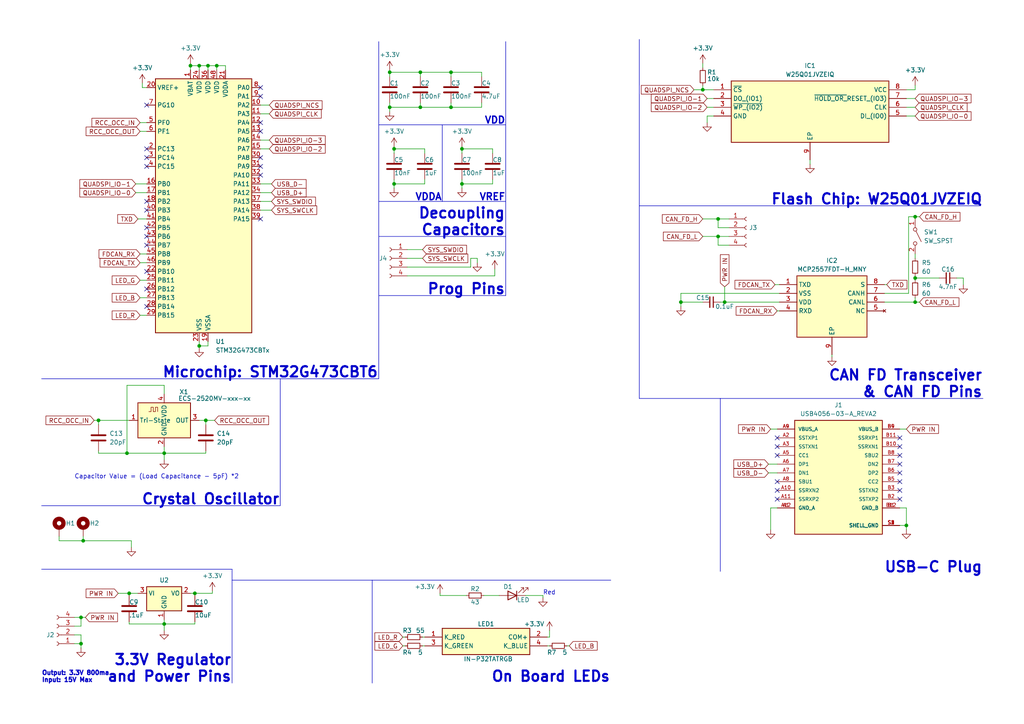
<source format=kicad_sch>
(kicad_sch (version 20230121) (generator eeschema)
  (paper "A4")
  (lib_symbols
    (symbol "Connector:Conn_01x04_Socket" (pin_names (offset 1.016) hide)
      (property "Reference" "J" (at 0 5.08 0))
      (property "Value" "Conn_01x04_Socket" (at 0 -7.62 0))
      (symbol "Conn_01x04_Socket_1_1"
        (arc (start 0 -4.572) (mid -0.5058 -5.08) (end 0 -5.588) (stroke (width 0.1524)))
        (arc (start 0 -2.032) (mid -0.5058 -2.54) (end 0 -3.048) (stroke (width 0.1524)))
        (polyline (pts (xy -1.27 -5.08) (xy -0.508 -5.08)) (stroke (width 0.1524)))
        (polyline (pts (xy -1.27 -2.54) (xy -0.508 -2.54)) (stroke (width 0.1524)))
        (polyline (pts (xy -1.27 0) (xy -0.508 0)) (stroke (width 0.1524)))
        (polyline (pts (xy -1.27 2.54) (xy -0.508 2.54)) (stroke (width 0.1524)))
        (arc (start 0 0.508) (mid -0.5058 0) (end 0 -0.508) (stroke (width 0.1524)))
        (arc (start 0 3.048) (mid -0.5058 2.54) (end 0 2.032) (stroke (width 0.1524)))
        (pin passive line (at -5.08 2.54 0) (length 3.81) (name "Pin_1") (number "1"))
        (pin passive line (at -5.08 0 0) (length 3.81) (name "Pin_2") (number "2"))
        (pin passive line (at -5.08 -2.54 0) (length 3.81) (name "Pin_3") (number "3"))
        (pin passive line (at -5.08 -5.08 0) (length 3.81) (name "Pin_4") (number "4"))
      )
    )
    (symbol "Device:C" (pin_numbers hide) (pin_names (offset 0.254))
      (property "Reference" "C" (at 0.635 2.54 0))
      (property "Value" "C" (at 0.635 -2.54 0))
      (symbol "C_0_1"
        (polyline (pts (xy -2.032 -0.762) (xy 2.032 -0.762)) (stroke (width 0.508)))
        (polyline (pts (xy -2.032 0.762) (xy 2.032 0.762)) (stroke (width 0.508)))
      )
      (symbol "C_1_1"
        (pin passive line (at 0 3.81 270) (length 2.794) (name "~") (number "1"))
        (pin passive line (at 0 -3.81 90) (length 2.794) (name "~") (number "2"))
      )
    )
    (symbol "Device:C_Small" (pin_numbers hide) (pin_names (offset 0.254) hide)
      (property "Reference" "C" (at 0.254 1.778 0))
      (property "Value" "C_Small" (at 0.254 -2.032 0))
      (symbol "C_Small_0_1"
        (polyline (pts (xy -1.524 -0.508) (xy 1.524 -0.508)) (stroke (width 0.3302)))
        (polyline (pts (xy -1.524 0.508) (xy 1.524 0.508)) (stroke (width 0.3048)))
      )
      (symbol "C_Small_1_1"
        (pin passive line (at 0 2.54 270) (length 2.032) (name "~") (number "1"))
        (pin passive line (at 0 -2.54 90) (length 2.032) (name "~") (number "2"))
      )
    )
    (symbol "Device:LED" (pin_numbers hide) (pin_names (offset 1.016) hide)
      (property "Reference" "D" (at 0 2.54 0))
      (property "Value" "LED" (at 0 -2.54 0))
      (symbol "LED_0_1"
        (polyline (pts (xy -1.27 -1.27) (xy -1.27 1.27)) (stroke (width 0.254)))
        (polyline (pts (xy -1.27 0) (xy 1.27 0)))
        (polyline (pts (xy 1.27 -1.27) (xy 1.27 1.27) (xy -1.27 0) (xy 1.27 -1.27)) (stroke (width 0.254)))
        (polyline (pts (xy -3.048 -0.762) (xy -4.572 -2.286) (xy -3.81 -2.286) (xy -4.572 -2.286) (xy -4.572 -1.524)))
        (polyline (pts (xy -1.778 -0.762) (xy -3.302 -2.286) (xy -2.54 -2.286) (xy -3.302 -2.286) (xy -3.302 -1.524)))
      )
      (symbol "LED_1_1"
        (pin passive line (at -3.81 0 0) (length 2.54) (name "K") (number "1"))
        (pin passive line (at 3.81 0 180) (length 2.54) (name "A") (number "2"))
      )
    )
    (symbol "Device:R_Small" (pin_numbers hide) (pin_names (offset 0.254) hide)
      (property "Reference" "R" (at 0.762 0.508 0))
      (property "Value" "R_Small" (at 0.762 -1.016 0))
      (symbol "R_Small_0_1"
        (rectangle (start -0.762 1.778) (end 0.762 -1.778) (stroke (width 0.2032)))
      )
      (symbol "R_Small_1_1"
        (pin passive line (at 0 2.54 270) (length 0.762) (name "~") (number "1"))
        (pin passive line (at 0 -2.54 90) (length 0.762) (name "~") (number "2"))
      )
    )
    (symbol "IN-P32TATRGB:IN-P32TATRGB"
      (property "Reference" "LED" (at 31.75 7.62 0))
      (property "Value" "IN-P32TATRGB" (at 31.75 5.08 0))
      (symbol "IN-P32TATRGB_1_1"
        (rectangle (start 5.08 2.54) (end 30.48 -5.08) (stroke (width 0.254)) (fill (type background)))
        (pin passive line (at 0 0 0) (length 5.08) (name "K_RED") (number "1"))
        (pin passive line (at 35.56 0 180) (length 5.08) (name "COM+") (number "2"))
        (pin passive line (at 0 -2.54 0) (length 5.08) (name "K_GREEN") (number "3"))
        (pin passive line (at 35.56 -2.54 180) (length 5.08) (name "K_BLUE") (number "4"))
      )
    )
    (symbol "MCP2557FDT-H_MNY:MCP2557FDT-H_MNY"
      (property "Reference" "IC" (at 26.67 7.62 0))
      (property "Value" "MCP2557FDT-H_MNY" (at 26.67 5.08 0))
      (symbol "MCP2557FDT-H_MNY_1_1"
        (rectangle (start 5.08 2.54) (end 25.4 -15.24) (stroke (width 0.254)) (fill (type background)))
        (pin passive line (at 0 0 0) (length 5.08) (name "TXD") (number "1"))
        (pin passive line (at 0 -2.54 0) (length 5.08) (name "VSS") (number "2"))
        (pin passive line (at 0 -5.08 0) (length 5.08) (name "VDD") (number "3"))
        (pin passive line (at 0 -7.62 0) (length 5.08) (name "RXD") (number "4"))
        (pin no_connect line (at 30.48 -7.62 180) (length 5.08) (name "NC") (number "5"))
        (pin passive line (at 30.48 -5.08 180) (length 5.08) (name "CANL") (number "6"))
        (pin passive line (at 30.48 -2.54 180) (length 5.08) (name "CANH") (number "7"))
        (pin passive line (at 30.48 0 180) (length 5.08) (name "S") (number "8"))
        (pin passive line (at 15.24 -20.32 90) (length 5.08) (name "EP") (number "9"))
      )
    )
    (symbol "MCU_ST_STM32G4:STM32G473CBTx"
      (property "Reference" "U" (at -12.7 39.37 0))
      (property "Value" "STM32G473CBTx" (at 10.16 39.37 0))
      (symbol "STM32G473CBTx_0_1"
        (rectangle (start -12.7 -35.56) (end 15.24 38.1) (stroke (width 0.254)) (fill (type background)))
      )
      (symbol "STM32G473CBTx_1_1"
        (pin power_in line (at -2.54 40.64 270) (length 2.54) (name "VBAT") (number "1"))
        (pin bidirectional line (at 17.78 30.48 180) (length 2.54) (name "PA2") (number "10"))
        (pin bidirectional line (at 17.78 27.94 180) (length 2.54) (name "PA3") (number "11"))
        (pin bidirectional line (at 17.78 25.4 180) (length 2.54) (name "PA4") (number "12"))
        (pin bidirectional line (at 17.78 22.86 180) (length 2.54) (name "PA5") (number "13"))
        (pin bidirectional line (at 17.78 20.32 180) (length 2.54) (name "PA6") (number "14"))
        (pin bidirectional line (at 17.78 17.78 180) (length 2.54) (name "PA7") (number "15"))
        (pin bidirectional line (at -15.24 7.62 0) (length 2.54) (name "PB0") (number "16"))
        (pin bidirectional line (at -15.24 5.08 0) (length 2.54) (name "PB1") (number "17"))
        (pin bidirectional line (at -15.24 2.54 0) (length 2.54) (name "PB2") (number "18"))
        (pin power_in line (at 2.54 -38.1 90) (length 2.54) (name "VSSA") (number "19"))
        (pin bidirectional line (at -15.24 17.78 0) (length 2.54) (name "PC13") (number "2"))
        (pin input line (at -15.24 35.56 0) (length 2.54) (name "VREF+") (number "20"))
        (pin power_in line (at 7.62 40.64 270) (length 2.54) (name "VDDA") (number "21"))
        (pin bidirectional line (at -15.24 -17.78 0) (length 2.54) (name "PB10") (number "22"))
        (pin power_in line (at 0 -38.1 90) (length 2.54) (name "VSS") (number "23"))
        (pin power_in line (at 0 40.64 270) (length 2.54) (name "VDD") (number "24"))
        (pin bidirectional line (at -15.24 -20.32 0) (length 2.54) (name "PB11") (number "25"))
        (pin bidirectional line (at -15.24 -22.86 0) (length 2.54) (name "PB12") (number "26"))
        (pin bidirectional line (at -15.24 -25.4 0) (length 2.54) (name "PB13") (number "27"))
        (pin bidirectional line (at -15.24 -27.94 0) (length 2.54) (name "PB14") (number "28"))
        (pin bidirectional line (at -15.24 -30.48 0) (length 2.54) (name "PB15") (number "29"))
        (pin bidirectional line (at -15.24 15.24 0) (length 2.54) (name "PC14") (number "3"))
        (pin bidirectional line (at 17.78 15.24 180) (length 2.54) (name "PA8") (number "30"))
        (pin bidirectional line (at 17.78 12.7 180) (length 2.54) (name "PA9") (number "31"))
        (pin bidirectional line (at 17.78 10.16 180) (length 2.54) (name "PA10") (number "32"))
        (pin bidirectional line (at 17.78 7.62 180) (length 2.54) (name "PA11") (number "33"))
        (pin bidirectional line (at 17.78 5.08 180) (length 2.54) (name "PA12") (number "34"))
        (pin passive line (at 0 -38.1 90) (length 2.54) hide (name "VSS") (number "35"))
        (pin power_in line (at 2.54 40.64 270) (length 2.54) (name "VDD") (number "36"))
        (pin bidirectional line (at 17.78 2.54 180) (length 2.54) (name "PA13") (number "37"))
        (pin bidirectional line (at 17.78 0 180) (length 2.54) (name "PA14") (number "38"))
        (pin bidirectional line (at 17.78 -2.54 180) (length 2.54) (name "PA15") (number "39"))
        (pin bidirectional line (at -15.24 12.7 0) (length 2.54) (name "PC15") (number "4"))
        (pin bidirectional line (at -15.24 0 0) (length 2.54) (name "PB3") (number "40"))
        (pin bidirectional line (at -15.24 -2.54 0) (length 2.54) (name "PB4") (number "41"))
        (pin bidirectional line (at -15.24 -5.08 0) (length 2.54) (name "PB5") (number "42"))
        (pin bidirectional line (at -15.24 -7.62 0) (length 2.54) (name "PB6") (number "43"))
        (pin bidirectional line (at -15.24 -10.16 0) (length 2.54) (name "PB7") (number "44"))
        (pin bidirectional line (at -15.24 -12.7 0) (length 2.54) (name "PB8") (number "45"))
        (pin bidirectional line (at -15.24 -15.24 0) (length 2.54) (name "PB9") (number "46"))
        (pin passive line (at 0 -38.1 90) (length 2.54) hide (name "VSS") (number "47"))
        (pin power_in line (at 5.08 40.64 270) (length 2.54) (name "VDD") (number "48"))
        (pin bidirectional line (at -15.24 25.4 0) (length 2.54) (name "PF0") (number "5"))
        (pin bidirectional line (at -15.24 22.86 0) (length 2.54) (name "PF1") (number "6"))
        (pin bidirectional line (at -15.24 30.48 0) (length 2.54) (name "PG10") (number "7"))
        (pin bidirectional line (at 17.78 35.56 180) (length 2.54) (name "PA0") (number "8"))
        (pin bidirectional line (at 17.78 33.02 180) (length 2.54) (name "PA1") (number "9"))
      )
    )
    (symbol "Mechanical:MountingHole_Pad" (pin_numbers hide) (pin_names (offset 1.016) hide)
      (property "Reference" "H" (at 0 6.35 0))
      (property "Value" "MountingHole_Pad" (at 0 4.445 0))
      (symbol "MountingHole_Pad_0_1"
        (circle (center 0 1.27) (radius 1.27) (stroke (width 1.27)))
      )
      (symbol "MountingHole_Pad_1_1"
        (pin input line (at 0 -2.54 90) (length 2.54) (name "1") (number "1"))
      )
    )
    (symbol "Oscillator:ECS-2520MV-xxx-xx"
      (property "Reference" "X" (at -5.08 6.35 0))
      (property "Value" "ECS-2520MV-xxx-xx" (at 1.27 -6.35 0))
      (symbol "ECS-2520MV-xxx-xx_0_1"
        (rectangle (start -7.62 5.08) (end 7.62 -5.08) (stroke (width 0.254)) (fill (type background)))
        (polyline (pts (xy -4.445 2.54) (xy -3.81 2.54) (xy -3.81 3.81) (xy -3.175 3.81) (xy -3.175 2.54) (xy -2.54 2.54) (xy -2.54 3.81) (xy -1.905 3.81) (xy -1.905 2.54)))
      )
      (symbol "ECS-2520MV-xxx-xx_1_1"
        (pin input line (at -10.16 0 0) (length 2.54) (name "Tri-State") (number "1"))
        (pin power_in line (at 0 -7.62 90) (length 2.54) (name "GND") (number "2"))
        (pin output line (at 10.16 0 180) (length 2.54) (name "OUT") (number "3"))
        (pin power_in line (at 0 7.62 270) (length 2.54) (name "VDD") (number "4"))
      )
    )
    (symbol "Regulator_Linear:LD1117S33TR_SOT223"
      (property "Reference" "U" (at -3.81 3.175 0))
      (property "Value" "LD1117S33TR_SOT223" (at 0 3.175 0))
      (symbol "LD1117S33TR_SOT223_0_1"
        (rectangle (start -5.08 -5.08) (end 5.08 1.905) (stroke (width 0.254)) (fill (type background)))
      )
      (symbol "LD1117S33TR_SOT223_1_1"
        (pin power_in line (at 0 -7.62 90) (length 2.54) (name "GND") (number "1"))
        (pin power_out line (at 7.62 0 180) (length 2.54) (name "VO") (number "2"))
        (pin power_in line (at -7.62 0 0) (length 2.54) (name "VI") (number "3"))
      )
    )
    (symbol "Switch:SW_SPST" (pin_names (offset 0) hide)
      (property "Reference" "SW" (at 0 3.175 0))
      (property "Value" "SW_SPST" (at 0 -2.54 0))
      (symbol "SW_SPST_0_0"
        (circle (center -2.032 0) (radius 0.508))
        (polyline (pts (xy -1.524 0.254) (xy 1.524 1.778)))
        (circle (center 2.032 0) (radius 0.508))
      )
      (symbol "SW_SPST_1_1"
        (pin passive line (at -5.08 0 0) (length 2.54) (name "A") (number "1"))
        (pin passive line (at 5.08 0 180) (length 2.54) (name "B") (number "2"))
      )
    )
    (symbol "USB4056-03-A:USB4056-03-A_REVA2" (pin_names (offset 1.016))
      (property "Reference" "J" (at -12.7 16.002 0))
      (property "Value" "USB4056-03-A_REVA2" (at -12.7 -18.542 0))
      (symbol "USB4056-03-A_REVA2_0_0"
        (rectangle (start -12.7 -17.78) (end 12.7 15.24) (stroke (width 0.254)) (fill (type background)))
        (pin power_in line (at -17.78 -10.16 0) (length 5.08) (name "GND_A") (number "A1"))
        (pin bidirectional line (at -17.78 -5.08 0) (length 5.08) (name "SSRXN2") (number "A10"))
        (pin bidirectional line (at -17.78 -7.62 0) (length 5.08) (name "SSRXP2") (number "A11"))
        (pin power_in line (at -17.78 -10.16 0) (length 5.08) (name "GND_A") (number "A12"))
        (pin bidirectional line (at -17.78 10.16 0) (length 5.08) (name "SSTXP1") (number "A2"))
        (pin bidirectional line (at -17.78 7.62 0) (length 5.08) (name "SSTXN1") (number "A3"))
        (pin power_in line (at -17.78 12.7 0) (length 5.08) (name "VBUS_A") (number "A4"))
        (pin bidirectional line (at -17.78 5.08 0) (length 5.08) (name "CC1") (number "A5"))
        (pin bidirectional line (at -17.78 2.54 0) (length 5.08) (name "DP1") (number "A6"))
        (pin bidirectional line (at -17.78 0 0) (length 5.08) (name "DN1") (number "A7"))
        (pin bidirectional line (at -17.78 -2.54 0) (length 5.08) (name "SBU1") (number "A8"))
        (pin power_in line (at -17.78 12.7 0) (length 5.08) (name "VBUS_A") (number "A9"))
        (pin power_in line (at 17.78 -10.16 180) (length 5.08) (name "GND_B") (number "B1"))
        (pin bidirectional line (at 17.78 7.62 180) (length 5.08) (name "SSRXN1") (number "B10"))
        (pin bidirectional line (at 17.78 10.16 180) (length 5.08) (name "SSRXP1") (number "B11"))
        (pin power_in line (at 17.78 -10.16 180) (length 5.08) (name "GND_B") (number "B12"))
        (pin bidirectional line (at 17.78 -7.62 180) (length 5.08) (name "SSTXP2") (number "B2"))
        (pin bidirectional line (at 17.78 -5.08 180) (length 5.08) (name "SSTXN2") (number "B3"))
        (pin power_in line (at 17.78 12.7 180) (length 5.08) (name "VBUS_B") (number "B4"))
        (pin bidirectional line (at 17.78 -2.54 180) (length 5.08) (name "CC2") (number "B5"))
        (pin bidirectional line (at 17.78 0 180) (length 5.08) (name "DP2") (number "B6"))
        (pin bidirectional line (at 17.78 2.54 180) (length 5.08) (name "DN2") (number "B7"))
        (pin bidirectional line (at 17.78 5.08 180) (length 5.08) (name "SBU2") (number "B8"))
        (pin power_in line (at 17.78 12.7 180) (length 5.08) (name "VBUS_B") (number "B9"))
        (pin power_in line (at 17.78 -15.24 180) (length 5.08) (name "SHELL_GND") (number "S1"))
        (pin power_in line (at 17.78 -15.24 180) (length 5.08) (name "SHELL_GND") (number "S2"))
        (pin power_in line (at 17.78 -15.24 180) (length 5.08) (name "SHELL_GND") (number "S3"))
        (pin power_in line (at 17.78 -15.24 180) (length 5.08) (name "SHELL_GND") (number "S4"))
      )
    )
    (symbol "W25Q01JVZEIQ:W25Q01JVZEIQ"
      (property "Reference" "IC" (at 52.07 7.62 0))
      (property "Value" "W25Q01JVZEIQ" (at 52.07 5.08 0))
      (symbol "W25Q01JVZEIQ_1_1"
        (rectangle (start 5.08 2.54) (end 50.8 -15.24) (stroke (width 0.254)) (fill (type background)))
        (pin passive line (at 0 0 0) (length 5.08) (name "~{CS}") (number "1"))
        (pin passive line (at 0 -2.54 0) (length 5.08) (name "DO_(IO1)") (number "2"))
        (pin passive line (at 0 -5.08 0) (length 5.08) (name "~{WP_(IO2)}") (number "3"))
        (pin passive line (at 0 -7.62 0) (length 5.08) (name "GND") (number "4"))
        (pin passive line (at 55.88 -7.62 180) (length 5.08) (name "DI_(IO0)") (number "5"))
        (pin passive line (at 55.88 -5.08 180) (length 5.08) (name "CLK") (number "6"))
        (pin passive line (at 55.88 -2.54 180) (length 5.08) (name "~{HOLD_OR_}RESET_(IO3)") (number "7"))
        (pin passive line (at 55.88 0 180) (length 5.08) (name "VCC") (number "8"))
        (pin passive line (at 27.94 -20.32 90) (length 5.08) (name "EP") (number "9"))
      )
    )
    (symbol "power:+3.3V" (power) (pin_names (offset 0))
      (property "Value" "+3.3V" (at 0 3.556 0))
      (symbol "+3.3V_0_1"
        (polyline (pts (xy -0.762 1.27) (xy 0 2.54)))
        (polyline (pts (xy 0 0) (xy 0 2.54)))
        (polyline (pts (xy 0 2.54) (xy 0.762 1.27)))
      )
      (symbol "+3.3V_1_1"
        (pin power_in line (at 0 0 90) (length 0) hide (name "+3.3V") (number "1"))
      )
    )
    (symbol "power:GND" (power) (pin_names (offset 0))
      (property "Value" "GND" (at 0 -3.81 0))
      (symbol "GND_0_1"
        (polyline (pts (xy 0 0) (xy 0 -1.27) (xy 1.27 -1.27) (xy 0 -2.54) (xy -1.27 -1.27) (xy 0 -1.27)))
      )
      (symbol "GND_1_1"
        (pin power_in line (at 0 0 270) (length 0) hide (name "GND") (number "1"))
      )
    )
  )
  (junction (at 28.575 121.92))
  (junction (at 57.785 100.33))
  (junction (at 36.83 131.445))
  (junction (at 47.625 131.445))
  (junction (at 130.81 31.115))
  (junction (at 265.43 80.645))
  (junction (at 121.92 20.955))
  (junction (at 113.03 20.955))
  (junction (at 24.13 156.845))
  (junction (at 62.865 19.05))
  (junction (at 130.81 20.955))
  (junction (at 55.245 19.05))
  (junction (at 57.785 19.05))
  (junction (at 47.625 180.975))
  (junction (at 208.28 63.5))
  (junction (at 262.89 152.4))
  (junction (at 133.985 53.34))
  (junction (at 265.43 62.865))
  (junction (at 37.465 172.085))
  (junction (at 210.185 87.63))
  (junction (at 121.92 31.115))
  (junction (at 265.43 87.63))
  (junction (at 60.325 19.05))
  (junction (at 23.495 179.07))
  (junction (at 197.485 87.63))
  (junction (at 114.3 53.34))
  (junction (at 113.03 31.115))
  (junction (at 208.28 68.58))
  (junction (at 23.495 186.69))
  (junction (at 203.835 26.035))
  (junction (at 114.3 43.18))
  (junction (at 56.515 172.085))
  (junction (at 133.985 43.18))
  (junction (at 59.69 121.92))
  (no_connect (at 42.545 45.72))
  (no_connect (at 75.565 45.72))
  (no_connect (at 75.565 63.5))
  (no_connect (at 260.985 139.7))
  (no_connect (at 260.985 129.54))
  (no_connect (at 42.545 30.48))
  (no_connect (at 260.985 142.24))
  (no_connect (at 225.425 139.7))
  (no_connect (at 42.545 78.74))
  (no_connect (at 75.565 35.56))
  (no_connect (at 225.425 142.24))
  (no_connect (at 42.545 48.26))
  (no_connect (at 42.545 43.18))
  (no_connect (at 225.425 132.08))
  (no_connect (at 42.545 58.42))
  (no_connect (at 260.985 134.62))
  (no_connect (at 75.565 38.1))
  (no_connect (at 225.425 129.54))
  (no_connect (at 42.545 88.9))
  (no_connect (at 75.565 25.4))
  (no_connect (at 75.565 27.94))
  (no_connect (at 260.985 137.16))
  (no_connect (at 260.985 144.78))
  (no_connect (at 42.545 71.12))
  (no_connect (at 225.425 127))
  (no_connect (at 75.565 50.8))
  (no_connect (at 260.985 127))
  (no_connect (at 42.545 68.58))
  (no_connect (at 260.985 132.08))
  (no_connect (at 42.545 60.96))
  (no_connect (at 75.565 48.26))
  (no_connect (at 225.425 144.78))
  (no_connect (at 42.545 83.82))
  (no_connect (at 42.545 66.04))
  (wire (pts (xy 143.51 80.01) (xy 143.51 78.105)))
  (wire (pts (xy 37.465 180.34) (xy 37.465 180.975)))
  (wire (pts (xy 123.19 52.07) (xy 123.19 53.34)))
  (wire (pts (xy 36.83 111.76) (xy 36.83 131.445)))
  (wire (pts (xy 203.835 63.5) (xy 208.28 63.5)))
  (wire (pts (xy 59.69 121.92) (xy 57.785 121.92)))
  (wire (pts (xy 130.81 20.955) (xy 130.81 22.225)))
  (wire (pts (xy 56.515 172.085) (xy 61.595 172.085)))
  (wire (pts (xy 139.7 22.225) (xy 139.7 20.955)))
  (polyline (pts (xy 12.065 146.685) (xy 81.28 146.685)))
  (wire (pts (xy 226.06 82.55) (xy 224.79 82.55)))
  (wire (pts (xy 56.515 180.34) (xy 56.515 180.975)))
  (polyline (pts (xy 67.31 168.275) (xy 107.95 168.275)))
  (wire (pts (xy 114.3 43.18) (xy 114.3 44.45)))
  (wire (pts (xy 210.185 83.185) (xy 210.185 87.63)))
  (wire (pts (xy 37.465 172.085) (xy 40.005 172.085)))
  (wire (pts (xy 207.01 33.655) (xy 205.105 33.655)))
  (wire (pts (xy 211.455 68.58) (xy 208.28 68.58)))
  (wire (pts (xy 47.625 179.705) (xy 47.625 180.975)))
  (wire (pts (xy 130.81 31.115) (xy 121.92 31.115)))
  (wire (pts (xy 47.625 131.445) (xy 47.625 133.35)))
  (wire (pts (xy 40.64 76.2) (xy 42.545 76.2)))
  (wire (pts (xy 122.555 184.785) (xy 123.19 184.785)))
  (wire (pts (xy 59.69 131.445) (xy 47.625 131.445)))
  (wire (pts (xy 136.525 77.47) (xy 136.525 74.93)))
  (wire (pts (xy 265.43 80.645) (xy 265.43 80.01)))
  (wire (pts (xy 262.89 28.575) (xy 265.43 28.575)))
  (wire (pts (xy 23.495 184.15) (xy 23.495 186.69)))
  (wire (pts (xy 123.19 53.34) (xy 114.3 53.34)))
  (polyline (pts (xy 284.48 59.69) (xy 185.42 59.69)))
  (polyline (pts (xy 146.685 85.725) (xy 109.855 85.725)))
  (wire (pts (xy 203.835 24.765) (xy 203.835 26.035)))
  (wire (pts (xy 37.465 172.085) (xy 37.465 172.72)))
  (wire (pts (xy 121.92 20.955) (xy 113.03 20.955)))
  (wire (pts (xy 65.405 19.05) (xy 62.865 19.05)))
  (wire (pts (xy 47.625 114.3) (xy 47.625 111.76)))
  (wire (pts (xy 142.875 53.34) (xy 133.985 53.34)))
  (wire (pts (xy 21.59 179.07) (xy 23.495 179.07)))
  (polyline (pts (xy 128.27 36.195) (xy 128.27 58.42)))
  (wire (pts (xy 60.325 19.05) (xy 60.325 20.32)))
  (wire (pts (xy 136.525 74.93) (xy 138.43 74.93)))
  (polyline (pts (xy 109.855 12.065) (xy 109.855 109.855)))
  (wire (pts (xy 256.54 82.55) (xy 257.175 82.55)))
  (wire (pts (xy 123.19 43.18) (xy 123.19 44.45)))
  (wire (pts (xy 65.405 20.32) (xy 65.405 19.05)))
  (wire (pts (xy 61.595 172.085) (xy 61.595 171.45)))
  (wire (pts (xy 279.4 80.645) (xy 279.4 82.55)))
  (wire (pts (xy 40.005 63.5) (xy 42.545 63.5)))
  (wire (pts (xy 223.52 124.46) (xy 225.425 124.46)))
  (wire (pts (xy 56.515 172.085) (xy 56.515 172.72)))
  (wire (pts (xy 78.74 58.42) (xy 75.565 58.42)))
  (wire (pts (xy 197.485 85.09) (xy 197.485 87.63)))
  (wire (pts (xy 140.335 172.72) (xy 144.78 172.72)))
  (polyline (pts (xy 146.685 12.065) (xy 146.685 85.725)))
  (wire (pts (xy 23.495 179.07) (xy 24.765 179.07)))
  (wire (pts (xy 57.785 99.06) (xy 57.785 100.33)))
  (wire (pts (xy 118.11 77.47) (xy 136.525 77.47)))
  (wire (pts (xy 133.985 42.545) (xy 133.985 43.18)))
  (polyline (pts (xy 109.855 58.42) (xy 146.685 58.42)))
  (wire (pts (xy 208.28 71.12) (xy 208.28 68.58)))
  (wire (pts (xy 197.485 87.63) (xy 197.485 88.9)))
  (wire (pts (xy 205.105 28.575) (xy 207.01 28.575)))
  (wire (pts (xy 78.74 53.34) (xy 75.565 53.34)))
  (polyline (pts (xy 12.065 109.855) (xy 109.855 109.855)))
  (wire (pts (xy 265.43 62.865) (xy 265.43 63.5)))
  (wire (pts (xy 60.325 99.06) (xy 60.325 100.33)))
  (polyline (pts (xy 208.915 115.57) (xy 285.115 115.57)))
  (wire (pts (xy 21.59 186.69) (xy 23.495 186.69)))
  (wire (pts (xy 139.7 31.115) (xy 130.81 31.115)))
  (wire (pts (xy 113.03 29.845) (xy 113.03 31.115)))
  (wire (pts (xy 208.915 87.63) (xy 210.185 87.63)))
  (wire (pts (xy 57.785 100.33) (xy 57.785 100.965)))
  (wire (pts (xy 23.495 186.69) (xy 23.495 187.96)))
  (wire (pts (xy 59.69 130.81) (xy 59.69 131.445)))
  (wire (pts (xy 226.06 90.17) (xy 225.425 90.17)))
  (wire (pts (xy 263.525 62.865) (xy 265.43 62.865)))
  (wire (pts (xy 203.835 87.63) (xy 197.485 87.63)))
  (wire (pts (xy 265.43 73.66) (xy 265.43 74.93)))
  (wire (pts (xy 130.81 29.845) (xy 130.81 31.115)))
  (wire (pts (xy 262.89 147.32) (xy 262.89 152.4)))
  (wire (pts (xy 57.785 19.05) (xy 55.245 19.05)))
  (wire (pts (xy 127.635 172.085) (xy 127.635 172.72)))
  (wire (pts (xy 223.52 147.32) (xy 223.52 153.67)))
  (polyline (pts (xy 177.165 168.275) (xy 107.95 168.275)))
  (wire (pts (xy 37.465 180.975) (xy 47.625 180.975)))
  (wire (pts (xy 226.06 85.09) (xy 197.485 85.09)))
  (wire (pts (xy 265.43 87.63) (xy 266.7 87.63)))
  (wire (pts (xy 78.105 30.48) (xy 75.565 30.48)))
  (wire (pts (xy 265.43 80.645) (xy 272.415 80.645)))
  (wire (pts (xy 208.28 66.04) (xy 208.28 63.5)))
  (wire (pts (xy 28.575 130.81) (xy 28.575 131.445)))
  (wire (pts (xy 47.625 129.54) (xy 47.625 131.445)))
  (wire (pts (xy 122.555 74.93) (xy 118.11 74.93)))
  (wire (pts (xy 78.74 55.88) (xy 75.565 55.88)))
  (wire (pts (xy 36.83 131.445) (xy 47.625 131.445)))
  (wire (pts (xy 113.03 20.32) (xy 113.03 20.955)))
  (wire (pts (xy 59.69 123.19) (xy 59.69 121.92)))
  (wire (pts (xy 40.64 81.28) (xy 42.545 81.28)))
  (wire (pts (xy 211.455 66.04) (xy 208.28 66.04)))
  (wire (pts (xy 55.245 19.05) (xy 55.245 20.32)))
  (wire (pts (xy 211.455 71.12) (xy 208.28 71.12)))
  (wire (pts (xy 157.48 172.72) (xy 152.4 172.72)))
  (polyline (pts (xy 67.31 198.12) (xy 67.31 165.1)))
  (polyline (pts (xy 208.915 165.735) (xy 208.915 115.57)))
  (polyline (pts (xy 107.95 168.275) (xy 107.95 168.275)))
  (wire (pts (xy 78.105 33.02) (xy 75.565 33.02)))
  (wire (pts (xy 211.455 63.5) (xy 208.28 63.5)))
  (wire (pts (xy 17.145 156.845) (xy 24.13 156.845)))
  (wire (pts (xy 78.105 43.18) (xy 75.565 43.18)))
  (wire (pts (xy 121.92 31.115) (xy 113.03 31.115)))
  (wire (pts (xy 62.865 19.05) (xy 60.325 19.05)))
  (polyline (pts (xy 109.855 36.195) (xy 146.685 36.195)))
  (wire (pts (xy 130.81 20.955) (xy 121.92 20.955)))
  (wire (pts (xy 122.555 187.325) (xy 123.19 187.325)))
  (wire (pts (xy 265.43 62.865) (xy 266.7 62.865)))
  (wire (pts (xy 114.3 42.545) (xy 114.3 43.18)))
  (wire (pts (xy 133.985 53.34) (xy 133.985 54.61)))
  (wire (pts (xy 201.295 26.035) (xy 203.835 26.035)))
  (wire (pts (xy 121.92 20.955) (xy 121.92 22.225)))
  (polyline (pts (xy 185.42 59.69) (xy 185.42 115.57)))
  (wire (pts (xy 203.835 68.58) (xy 208.28 68.58)))
  (wire (pts (xy 121.92 29.845) (xy 121.92 31.115)))
  (wire (pts (xy 24.13 156.845) (xy 38.1 156.845)))
  (wire (pts (xy 40.64 73.66) (xy 42.545 73.66)))
  (wire (pts (xy 225.425 147.32) (xy 223.52 147.32)))
  (wire (pts (xy 114.3 53.34) (xy 114.3 54.61)))
  (wire (pts (xy 113.03 31.115) (xy 113.03 32.385)))
  (wire (pts (xy 39.37 53.34) (xy 42.545 53.34)))
  (wire (pts (xy 203.835 26.035) (xy 207.01 26.035)))
  (wire (pts (xy 139.7 29.845) (xy 139.7 31.115)))
  (wire (pts (xy 57.785 19.05) (xy 57.785 20.32)))
  (wire (pts (xy 205.105 31.115) (xy 207.01 31.115)))
  (polyline (pts (xy 12.065 165.1) (xy 67.31 165.1)))
  (wire (pts (xy 139.7 20.955) (xy 130.81 20.955)))
  (wire (pts (xy 165.1 187.325) (xy 164.465 187.325)))
  (wire (pts (xy 262.89 152.4) (xy 260.985 152.4)))
  (wire (pts (xy 27.305 121.92) (xy 28.575 121.92)))
  (wire (pts (xy 127.635 172.72) (xy 135.255 172.72)))
  (polyline (pts (xy 107.95 168.275) (xy 107.95 198.12)))
  (wire (pts (xy 21.59 184.15) (xy 23.495 184.15)))
  (wire (pts (xy 21.59 181.61) (xy 23.495 181.61)))
  (wire (pts (xy 277.495 80.645) (xy 279.4 80.645)))
  (wire (pts (xy 122.555 72.39) (xy 118.11 72.39)))
  (wire (pts (xy 28.575 121.92) (xy 37.465 121.92)))
  (wire (pts (xy 138.43 74.93) (xy 138.43 76.2)))
  (wire (pts (xy 23.495 181.61) (xy 23.495 179.07)))
  (wire (pts (xy 222.885 137.16) (xy 225.425 137.16)))
  (wire (pts (xy 24.13 155.575) (xy 24.13 156.845)))
  (wire (pts (xy 38.1 156.845) (xy 38.1 158.75)))
  (wire (pts (xy 262.89 33.655) (xy 265.43 33.655)))
  (wire (pts (xy 118.11 80.01) (xy 143.51 80.01)))
  (wire (pts (xy 226.06 87.63) (xy 210.185 87.63)))
  (wire (pts (xy 265.43 24.765) (xy 265.43 26.035)))
  (wire (pts (xy 28.575 123.19) (xy 28.575 121.92)))
  (wire (pts (xy 47.625 180.975) (xy 56.515 180.975)))
  (wire (pts (xy 241.3 103.505) (xy 241.3 102.87)))
  (wire (pts (xy 159.385 182.88) (xy 159.385 184.785)))
  (wire (pts (xy 40.64 91.44) (xy 42.545 91.44)))
  (polyline (pts (xy 185.42 115.57) (xy 208.915 115.57)))
  (wire (pts (xy 262.89 124.46) (xy 260.985 124.46)))
  (wire (pts (xy 263.525 62.865) (xy 263.525 85.09)))
  (wire (pts (xy 262.89 31.115) (xy 265.43 31.115)))
  (wire (pts (xy 113.03 20.955) (xy 113.03 22.225)))
  (wire (pts (xy 225.425 134.62) (xy 222.885 134.62)))
  (wire (pts (xy 55.245 18.415) (xy 55.245 19.05)))
  (wire (pts (xy 78.105 40.64) (xy 75.565 40.64)))
  (wire (pts (xy 157.48 172.72) (xy 157.48 173.355)))
  (wire (pts (xy 159.385 187.325) (xy 158.75 187.325)))
  (wire (pts (xy 41.275 24.13) (xy 41.275 25.4)))
  (wire (pts (xy 47.625 180.975) (xy 47.625 182.88)))
  (wire (pts (xy 60.325 19.05) (xy 57.785 19.05)))
  (wire (pts (xy 116.84 187.325) (xy 117.475 187.325)))
  (wire (pts (xy 78.74 60.96) (xy 75.565 60.96)))
  (wire (pts (xy 39.37 55.88) (xy 42.545 55.88)))
  (wire (pts (xy 114.3 52.07) (xy 114.3 53.34)))
  (polyline (pts (xy 81.28 146.685) (xy 81.28 109.855)))
  (wire (pts (xy 256.54 85.09) (xy 263.525 85.09)))
  (wire (pts (xy 256.54 87.63) (xy 265.43 87.63)))
  (wire (pts (xy 40.64 35.56) (xy 42.545 35.56)))
  (wire (pts (xy 116.84 184.785) (xy 117.475 184.785)))
  (polyline (pts (xy 185.42 11.43) (xy 185.42 59.69)))
  (wire (pts (xy 60.325 100.33) (xy 57.785 100.33)))
  (wire (pts (xy 265.43 80.645) (xy 265.43 81.28)))
  (wire (pts (xy 55.245 172.085) (xy 56.515 172.085)))
  (wire (pts (xy 123.19 43.18) (xy 114.3 43.18)))
  (wire (pts (xy 262.89 153.67) (xy 262.89 152.4)))
  (wire (pts (xy 62.23 121.92) (xy 59.69 121.92)))
  (wire (pts (xy 205.105 33.655) (xy 205.105 35.56)))
  (wire (pts (xy 40.64 38.1) (xy 42.545 38.1)))
  (wire (pts (xy 133.985 52.07) (xy 133.985 53.34)))
  (wire (pts (xy 142.875 43.18) (xy 133.985 43.18)))
  (wire (pts (xy 265.43 26.035) (xy 262.89 26.035)))
  (wire (pts (xy 142.875 52.07) (xy 142.875 53.34)))
  (wire (pts (xy 36.83 131.445) (xy 28.575 131.445)))
  (wire (pts (xy 62.865 19.05) (xy 62.865 20.32)))
  (wire (pts (xy 133.985 43.18) (xy 133.985 44.45)))
  (polyline (pts (xy 109.855 68.58) (xy 146.685 68.58)))
  (wire (pts (xy 265.43 87.63) (xy 265.43 86.36)))
  (wire (pts (xy 260.985 147.32) (xy 262.89 147.32)))
  (wire (pts (xy 203.835 18.415) (xy 203.835 19.685)))
  (wire (pts (xy 40.64 86.36) (xy 42.545 86.36)))
  (wire (pts (xy 158.75 184.785) (xy 159.385 184.785)))
  (wire (pts (xy 34.29 172.085) (xy 37.465 172.085)))
  (wire (pts (xy 142.875 43.18) (xy 142.875 44.45)))
  (wire (pts (xy 47.625 111.76) (xy 36.83 111.76)))
  (wire (pts (xy 41.275 25.4) (xy 42.545 25.4)))
  (wire (pts (xy 17.145 155.575) (xy 17.145 156.845)))
  (wire (pts (xy 234.95 46.355) (xy 234.95 47.625)))
  (text "Capacitor Value = (Load Capacitance - 5pF) *2" (at 21.59 139.065 0) (effects (font (size 1.27 1.27)) (justify left bottom)))
  (text "Microchip: STM32G473CBT6" (at 109.855 109.855 0) (effects (font (size 3 3) (thickness 0.6) bold) (justify right bottom)))
  (text "3.3V Regulator\nand Power Pins\n" (at 67.31 198.12 0) (effects (font (size 3 3) (thickness 0.6) bold) (justify right bottom)))
  (text "USB-C Plug\n" (at 285.115 166.37 0) (effects (font (size 3 3) (thickness 0.6) bold) (justify right bottom)))
  (text "Flash Chip: W25Q01JVZEIQ" (at 285.115 59.69 0) (effects (font (size 3 3) (thickness 0.6) bold) (justify right bottom)))
  (text "Crystal Oscillator\n" (at 81.28 146.685 0) (effects (font (size 3 3) (thickness 0.6) bold) (justify right bottom)))
  (text "On Board LEDs\n" (at 177.165 198.12 0) (effects (font (size 3 3) (thickness 0.6) bold) (justify right bottom)))
  (text "Output: 3.3V 800ma \nInput: 15V Max\n" (at 12.065 198.12 0) (effects (font (size 1.27 1.27) (thickness 0.6) bold) (justify left bottom)))
  (text "Red" (at 157.48 172.72 0) (effects (font (size 1.27 1.27)) (justify left bottom)))
  (text "VDD" (at 146.685 36.195 0) (effects (font (size 2 2) (thickness 0.4) bold) (justify right bottom)))
  (text "CAN FD Transceiver\n& CAN FD Pins" (at 285.115 115.57 0) (effects (font (size 3 3) (thickness 0.6) bold) (justify right bottom)))
  (text "Decoupling\nCapacitors" (at 146.685 68.58 0) (effects (font (size 3 3) (thickness 0.6) bold) (justify right bottom)))
  (text "VREF" (at 146.685 58.42 0) (effects (font (size 2 2) (thickness 0.4) bold) (justify right bottom)))
  (text "Prog Pins" (at 146.685 85.725 0) (effects (font (size 3 3) (thickness 0.6) bold) (justify right bottom)))
  (text "VDDA" (at 128.27 58.42 0) (effects (font (size 2 2) (thickness 0.4) bold) (justify right bottom)))
  (global_label "LED_R" (shape input) (at 40.64 91.44 180) (property "Intersheetrefs" "${INTERSHEET_REFS}" (effects hide)))
  (global_label "USB_D-" (shape input) (at 78.74 53.34 0) (property "Intersheetrefs" "${INTERSHEET_REFS}" (effects hide)))
  (global_label "QUADSPI_IO-0" (shape input) (at 39.37 55.88 180) (property "Intersheetrefs" "${INTERSHEET_REFS}" (effects hide)))
  (global_label "CAN_FD_L" (shape input) (at 266.7 87.63 0) (property "Intersheetrefs" "${INTERSHEET_REFS}" (effects hide)))
  (global_label "CAN_FD_H" (shape input) (at 203.835 63.5 180) (property "Intersheetrefs" "${INTERSHEET_REFS}" (effects hide)))
  (global_label "SYS_SWDIO" (shape input) (at 78.74 58.42 0) (property "Intersheetrefs" "${INTERSHEET_REFS}" (effects hide)))
  (global_label "QUADSPI_IO-3" (shape input) (at 78.105 40.64 0) (property "Intersheetrefs" "${INTERSHEET_REFS}" (effects hide)))
  (global_label "QUADSPI_IO-3" (shape input) (at 265.43 28.575 0) (property "Intersheetrefs" "${INTERSHEET_REFS}" (effects hide)))
  (global_label "QUADSPI_NCS" (shape input) (at 201.295 26.035 180) (property "Intersheetrefs" "${INTERSHEET_REFS}" (effects hide)))
  (global_label "QUADSPI_IO-0" (shape input) (at 265.43 33.655 0) (property "Intersheetrefs" "${INTERSHEET_REFS}" (effects hide)))
  (global_label "LED_G" (shape input) (at 116.84 187.325 180) (property "Intersheetrefs" "${INTERSHEET_REFS}" (effects hide)))
  (global_label "SYS_SWCLK" (shape input) (at 122.555 74.93 0) (property "Intersheetrefs" "${INTERSHEET_REFS}" (effects hide)))
  (global_label "QUADSPI_IO-2" (shape input) (at 205.105 31.115 180) (property "Intersheetrefs" "${INTERSHEET_REFS}" (effects hide)))
  (global_label "RCC_OCC_IN" (shape input) (at 40.64 35.56 180) (property "Intersheetrefs" "${INTERSHEET_REFS}" (effects hide)))
  (global_label "LED_B" (shape input) (at 165.1 187.325 0) (property "Intersheetrefs" "${INTERSHEET_REFS}" (effects hide)))
  (global_label "PWR IN" (shape input) (at 24.765 179.07 0) (property "Intersheetrefs" "${INTERSHEET_REFS}" (effects hide)))
  (global_label "RCC_OCC_IN" (shape input) (at 27.305 121.92 180) (property "Intersheetrefs" "${INTERSHEET_REFS}" (effects hide)))
  (global_label "FDCAN_RX" (shape input) (at 40.64 73.66 180) (property "Intersheetrefs" "${INTERSHEET_REFS}" (effects hide)))
  (global_label "PWR IN" (shape input) (at 223.52 124.46 180) (property "Intersheetrefs" "${INTERSHEET_REFS}" (effects hide)))
  (global_label "QUADSPI_IO-1" (shape input) (at 39.37 53.34 180) (property "Intersheetrefs" "${INTERSHEET_REFS}" (effects hide)))
  (global_label "TXD" (shape input) (at 40.005 63.5 180) (property "Intersheetrefs" "${INTERSHEET_REFS}" (effects hide)))
  (global_label "SYS_SWDIO" (shape input) (at 122.555 72.39 0) (property "Intersheetrefs" "${INTERSHEET_REFS}" (effects hide)))
  (global_label "RCC_OCC_OUT" (shape input) (at 62.23 121.92 0) (property "Intersheetrefs" "${INTERSHEET_REFS}" (effects hide)))
  (global_label "PWR IN" (shape input) (at 210.185 83.185 90) (property "Intersheetrefs" "${INTERSHEET_REFS}" (effects hide)))
  (global_label "FDCAN_TX" (shape input) (at 40.64 76.2 180) (property "Intersheetrefs" "${INTERSHEET_REFS}" (effects hide)))
  (global_label "QUADSPI_CLK" (shape input) (at 265.43 31.115 0) (property "Intersheetrefs" "${INTERSHEET_REFS}" (effects hide)))
  (global_label "RCC_OCC_OUT" (shape input) (at 40.64 38.1 180) (property "Intersheetrefs" "${INTERSHEET_REFS}" (effects hide)))
  (global_label "CAN_FD_H" (shape input) (at 266.7 62.865 0) (property "Intersheetrefs" "${INTERSHEET_REFS}" (effects hide)))
  (global_label "QUADSPI_CLK" (shape input) (at 78.105 33.02 0) (property "Intersheetrefs" "${INTERSHEET_REFS}" (effects hide)))
  (global_label "LED_B" (shape input) (at 40.64 86.36 180) (property "Intersheetrefs" "${INTERSHEET_REFS}" (effects hide)))
  (global_label "PWR IN" (shape input) (at 34.29 172.085 180) (property "Intersheetrefs" "${INTERSHEET_REFS}" (effects hide)))
  (global_label "LED_R" (shape input) (at 116.84 184.785 180) (property "Intersheetrefs" "${INTERSHEET_REFS}" (effects hide)))
  (global_label "FDCAN_RX" (shape input) (at 225.425 90.17 180) (property "Intersheetrefs" "${INTERSHEET_REFS}" (effects hide)))
  (global_label "SYS_SWCLK" (shape input) (at 78.74 60.96 0) (property "Intersheetrefs" "${INTERSHEET_REFS}" (effects hide)))
  (global_label "USB_D+" (shape input) (at 222.885 134.62 180) (property "Intersheetrefs" "${INTERSHEET_REFS}" (effects hide)))
  (global_label "LED_G" (shape input) (at 40.64 81.28 180) (property "Intersheetrefs" "${INTERSHEET_REFS}" (effects hide)))
  (global_label "QUADSPI_IO-2" (shape input) (at 78.105 43.18 0) (property "Intersheetrefs" "${INTERSHEET_REFS}" (effects hide)))
  (global_label "USB_D+" (shape input) (at 78.74 55.88 0) (property "Intersheetrefs" "${INTERSHEET_REFS}" (effects hide)))
  (global_label "PWR IN" (shape input) (at 262.89 124.46 0) (property "Intersheetrefs" "${INTERSHEET_REFS}" (effects hide)))
  (global_label "QUADSPI_NCS" (shape input) (at 78.105 30.48 0) (property "Intersheetrefs" "${INTERSHEET_REFS}" (effects hide)))
  (global_label "TXD" (shape input) (at 257.175 82.55 0) (property "Intersheetrefs" "${INTERSHEET_REFS}" (effects hide)))
  (global_label "CAN_FD_L" (shape input) (at 203.835 68.58 180) (property "Intersheetrefs" "${INTERSHEET_REFS}" (effects hide)))
  (global_label "USB_D-" (shape input) (at 222.885 137.16 180) (property "Intersheetrefs" "${INTERSHEET_REFS}" (effects hide)))
  (global_label "FDCAN_TX" (shape input) (at 224.79 82.55 180) (property "Intersheetrefs" "${INTERSHEET_REFS}" (effects hide)))
  (global_label "QUADSPI_IO-1" (shape input) (at 205.105 28.575 180) (property "Intersheetrefs" "${INTERSHEET_REFS}" (effects hide)))
  (symbol (lib_id "Device:R_Small") (at 120.015 184.785 90) (unit 1)
    (property "Reference" "R3" (at 118.11 182.88 90))
    (property "Value" "55" (at 121.92 182.88 90))
    (property "Footprint" "Resistor_SMD:R_0402_1005Metric" (effects hide))
  )
  (symbol (lib_id "Device:C") (at 114.3 48.26 0) (unit 1)
    (property "Reference" "C5" (at 114.3 46.355 0) (effects (justify left)))
    (property "Value" "10nF" (at 114.3 50.165 0) (effects (justify left)))
    (property "Footprint" "Capacitor_SMD:C_0402_1005Metric" (effects hide))
  )
  (symbol (lib_id "power:GND") (at 241.3 103.505 0) (unit 1)
    (property "Reference" "#PWR032" (effects hide))
    (property "Value" "GND" (effects hide))
  )
  (symbol (lib_id "Device:C") (at 121.92 26.035 0) (unit 1)
    (property "Reference" "C2" (at 121.92 24.13 0) (effects (justify left)))
    (property "Value" "100nF" (at 121.92 27.94 0) (effects (justify left)))
    (property "Footprint" "Capacitor_SMD:C_0402_1005Metric" (effects hide))
  )
  (symbol (lib_id "Device:R_Small") (at 203.835 22.225 0) (unit 1)
    (property "Reference" "R1" (at 205.105 20.955 0) (effects (justify left)))
    (property "Value" "10k" (at 205.105 22.86 0) (effects (justify left)))
    (property "Footprint" "Resistor_SMD:R_0603_1608Metric" (effects hide))
  )
  (symbol (lib_id "Device:R_Small") (at 265.43 77.47 0) (unit 1)
    (property "Reference" "R5" (at 267.335 76.2 0) (effects (justify left)))
    (property "Value" "60" (at 267.335 78.74 0) (effects (justify left)))
    (property "Footprint" "Resistor_SMD:R_0805_2012Metric" (effects hide))
  )
  (symbol (lib_id "power:+3.3V") (at 143.51 78.105 0) (unit 1)
    (property "Reference" "#PWR027" (effects hide))
    (property "Value" "+3.3V" (at 143.51 73.66 0))
  )
  (symbol (lib_id "Mechanical:MountingHole_Pad") (at 17.145 153.035 0) (unit 1)
    (property "Reference" "H1" (at 19.05 151.765 0) (effects (justify left)))
    (property "Value" "MountingHole_Pad" (effects hide))
    (property "Footprint" "MountingHole:MountingHole_3.2mm_M3_Pad_TopBottom" (effects hide))
  )
  (symbol (lib_id "Device:R_Small") (at 265.43 83.82 0) (unit 1)
    (property "Reference" "R6" (at 267.335 82.55 0) (effects (justify left)))
    (property "Value" "60" (at 267.335 85.09 0) (effects (justify left)))
    (property "Footprint" "Resistor_SMD:R_0805_2012Metric" (effects hide))
  )
  (symbol (lib_id "power:GND") (at 47.625 133.35 0) (unit 1)
    (property "Reference" "#PWR024" (effects hide))
    (property "Value" "GND" (effects hide))
  )
  (symbol (lib_id "power:+3.3V") (at 265.43 24.765 0) (unit 1)
    (property "Reference" "#PWR020" (effects hide))
    (property "Value" "+3.3V" (at 265.43 20.32 0))
  )
  (symbol (lib_id "Device:C") (at 142.875 48.26 0) (unit 1)
    (property "Reference" "C8" (at 142.875 46.355 0) (effects (justify left)))
    (property "Value" "1uF" (at 142.875 50.165 0) (effects (justify left)))
    (property "Footprint" "Capacitor_SMD:C_0603_1608Metric" (effects hide))
  )
  (symbol (lib_id "Device:R_Small") (at 137.795 172.72 90) (unit 1)
    (property "Reference" "R2" (at 137.795 170.815 90))
    (property "Value" "43" (at 137.795 174.625 90))
    (property "Footprint" "Resistor_SMD:R_0603_1608Metric" (effects hide))
  )
  (symbol (lib_id "power:GND") (at 47.625 182.88 0) (unit 1)
    (property "Reference" "#PWR06" (effects hide))
    (property "Value" "GND" (effects hide))
  )
  (symbol (lib_id "power:+3.3V") (at 114.3 42.545 0) (unit 1)
    (property "Reference" "#PWR09" (effects hide))
    (property "Value" "+3.3V" (at 114.3 38.1 0))
  )
  (symbol (lib_id "Device:C_Small") (at 274.955 80.645 270) (unit 1)
    (property "Reference" "C16" (at 274.955 78.105 90))
    (property "Value" "4.7nF" (at 274.955 83.185 90))
    (property "Footprint" "Capacitor_SMD:C_0402_1005Metric" (effects hide))
  )
  (symbol (lib_id "power:+3.3V") (at 203.835 18.415 0) (unit 1)
    (property "Reference" "#PWR021" (effects hide))
    (property "Value" "+3.3V" (at 203.835 13.97 0))
  )
  (symbol (lib_id "Device:C") (at 133.985 48.26 0) (unit 1)
    (property "Reference" "C7" (at 133.985 46.355 0) (effects (justify left)))
    (property "Value" "100nF" (at 133.985 50.165 0) (effects (justify left)))
    (property "Footprint" "Capacitor_SMD:C_0402_1005Metric" (effects hide))
  )
  (symbol (lib_id "Mechanical:MountingHole_Pad") (at 24.13 153.035 0) (unit 1)
    (property "Reference" "H2" (at 26.035 151.765 0) (effects (justify left)))
    (property "Value" "MountingHole_Pad" (effects hide))
    (property "Footprint" "MountingHole:MountingHole_3.2mm_M3_Pad_TopBottom" (effects hide))
  )
  (symbol (lib_id "Oscillator:ECS-2520MV-xxx-xx") (at 47.625 121.92 0) (unit 1)
    (property "Reference" "X1" (at 53.34 113.665 0))
    (property "Value" "ECS-2520MV-xxx-xx" (at 62.23 115.57 0))
    (property "Footprint" "Oscillator:Oscillator_SMD_ECS_2520MV-xxx-xx-4Pin_2.5x2.0mm" (effects hide))
    (property "Datasheet" "https://www.ecsxtal.com/store/pdf/ECS-2520MV.pdf" (effects hide))
  )
  (symbol (lib_id "power:GND") (at 113.03 32.385 0) (unit 1)
    (property "Reference" "#PWR08" (effects hide))
    (property "Value" "GND" (effects hide))
  )
  (symbol (lib_id "power:GND") (at 279.4 82.55 0) (unit 1)
    (property "Reference" "#PWR026" (effects hide))
    (property "Value" "GND" (effects hide))
  )
  (symbol (lib_id "power:GND") (at 234.95 47.625 0) (mirror y) (unit 1)
    (property "Reference" "#PWR018" (effects hide))
    (property "Value" "GND" (effects hide))
  )
  (symbol (lib_id "Connector:Conn_01x04_Socket") (at 113.03 74.93 0) (mirror y) (unit 1)
    (property "Reference" "J4" (at 111.125 74.93 0))
    (property "Value" "Conn_01x04_Socket" (effects hide))
    (property "Footprint" "Connector_PinHeader_2.54mm:PinHeader_1x04_P2.54mm_Vertical" (effects hide))
  )
  (symbol (lib_id "power:GND") (at 57.785 100.965 0) (unit 1)
    (property "Reference" "#PWR03" (effects hide))
    (property "Value" "GND" (effects hide))
  )
  (symbol (lib_id "power:+3.3V") (at 41.275 24.13 0) (unit 1)
    (property "Reference" "#PWR02" (effects hide))
    (property "Value" "+3.3V" (at 41.275 19.685 0))
  )
  (symbol (lib_id "Device:C_Small") (at 206.375 87.63 270) (unit 1)
    (property "Reference" "C15" (at 203.835 86.36 90))
    (property "Value" "0.1uF" (at 210.185 88.9 90))
    (property "Footprint" "Capacitor_SMD:C_0402_1005Metric" (effects hide))
  )
  (symbol (lib_id "Device:R_Small") (at 161.925 187.325 90) (unit 1)
    (property "Reference" "R7" (at 160.02 189.23 90))
    (property "Value" "5" (at 163.83 189.23 90))
    (property "Footprint" "Resistor_SMD:R_0402_1005Metric" (effects hide))
  )
  (symbol (lib_id "power:+3.3V") (at 133.985 42.545 0) (unit 1)
    (property "Reference" "#PWR011" (effects hide))
    (property "Value" "+3.3V" (at 133.985 38.1 0))
  )
  (symbol (lib_id "MCP2557FDT-H_MNY:MCP2557FDT-H_MNY") (at 226.06 82.55 0) (unit 1)
    (property "Reference" "IC2" (at 241.3 75.565 0))
    (property "Value" "MCP2557FDT-H_MNY" (at 241.3 78.105 0))
    (property "Footprint" "MCP2557FDT-H_MNY:SON50P300X200X80-9N-D" (effects hide))
    (property "Datasheet" "https://ww1.microchip.com/downloads/en/DeviceDoc/20005533A.pdf" (effects hide))
    (property "Height" "0.8" (effects hide))
    (property "Mouser Part Number" "579-MCP2557FDT-H/MNY" (effects hide))
    (property "Mouser Price/Stock" "https://www.mouser.co.uk/ProductDetail/Microchip-Technology/MCP2557FDT-H-MNY?qs=ZEMkBHnybRFF6gNsp0dI%2FA%3D%3D" (effects hide))
    (property "Manufacturer_Name" "Microchip" (effects hide))
    (property "Manufacturer_Part_Number" "MCP2557FDT-H/MNY" (effects hide))
  )
  (symbol (lib_id "Device:C") (at 56.515 176.53 0) (unit 1)
    (property "Reference" "C10" (at 56.515 174.625 0) (effects (justify left)))
    (property "Value" "10uF" (at 56.515 178.435 0) (effects (justify left)))
    (property "Footprint" "Capacitor_SMD:C_0603_1608Metric" (effects hide))
  )
  (symbol (lib_id "power:GND") (at 23.495 187.96 0) (unit 1)
    (property "Reference" "#PWR014" (effects hide))
    (property "Value" "GND" (effects hide))
  )
  (symbol (lib_id "power:GND") (at 223.52 153.67 0) (unit 1)
    (property "Reference" "#PWR031" (effects hide))
    (property "Value" "GND" (effects hide))
  )
  (symbol (lib_id "power:GND") (at 262.89 153.67 0) (mirror y) (unit 1)
    (property "Reference" "#PWR030" (effects hide))
    (property "Value" "GND" (effects hide))
  )
  (symbol (lib_id "Device:C") (at 130.81 26.035 0) (unit 1)
    (property "Reference" "C3" (at 130.81 24.13 0) (effects (justify left)))
    (property "Value" "100nF" (at 130.81 27.94 0) (effects (justify left)))
    (property "Footprint" "Capacitor_SMD:C_0402_1005Metric" (effects hide))
  )
  (symbol (lib_id "power:GND") (at 205.105 35.56 0) (mirror y) (unit 1)
    (property "Reference" "#PWR019" (effects hide))
    (property "Value" "GND" (effects hide))
  )
  (symbol (lib_id "power:+3.3V") (at 61.595 171.45 0) (unit 1)
    (property "Reference" "#PWR05" (effects hide))
    (property "Value" "+3.3V" (at 61.595 167.005 0))
  )
  (symbol (lib_id "power:GND") (at 197.485 88.9 0) (unit 1)
    (property "Reference" "#PWR025" (effects hide))
    (property "Value" "GND" (effects hide))
  )
  (symbol (lib_id "power:GND") (at 114.3 54.61 0) (unit 1)
    (property "Reference" "#PWR010" (effects hide))
    (property "Value" "GND" (effects hide))
  )
  (symbol (lib_id "power:+3.3V") (at 127.635 172.085 0) (unit 1)
    (property "Reference" "#PWR023" (effects hide))
    (property "Value" "+3.3V" (at 123.19 170.18 0))
  )
  (symbol (lib_id "Regulator_Linear:LD1117S33TR_SOT223") (at 47.625 172.085 0) (unit 1)
    (property "Reference" "U2" (at 47.625 168.275 0))
    (property "Value" "LD1117S33TR_SOT223" (effects hide))
    (property "Footprint" "Package_TO_SOT_SMD:SOT-223-3_TabPin2" (effects hide))
    (property "Datasheet" "http://www.st.com/st-web-ui/static/active/en/resource/technical/document/datasheet/CD00000544.pdf" (effects hide))
  )
  (symbol (lib_id "Device:C") (at 139.7 26.035 0) (unit 1)
    (property "Reference" "C4" (at 139.7 24.13 0) (effects (justify left)))
    (property "Value" "4.7uF" (at 139.7 27.94 0) (effects (justify left)))
    (property "Footprint" "Capacitor_SMD:C_0603_1608Metric" (effects hide))
  )
  (symbol (lib_id "power:+3.3V") (at 159.385 182.88 0) (unit 1)
    (property "Reference" "#PWR022" (effects hide))
    (property "Value" "+3.3V" (at 154.94 180.975 0))
  )
  (symbol (lib_id "Connector:Conn_01x04_Socket") (at 216.535 66.04 0) (unit 1)
    (property "Reference" "J3" (at 218.44 66.04 0))
    (property "Value" "Conn_01x04_Socket" (effects hide))
    (property "Footprint" "Connector_PinHeader_2.54mm:PinHeader_1x04_P2.54mm_Vertical" (effects hide))
  )
  (symbol (lib_id "USB4056-03-A:USB4056-03-A_REVA2") (at 243.205 137.16 0) (unit 1)
    (property "Reference" "J1" (at 243.205 117.475 0))
    (property "Value" "USB4056-03-A_REVA2" (at 243.205 120.015 0))
    (property "Footprint" "Connector_USB:USB_C_Receptacle_GCT_USB4115-03-C" (effects hide))
    (property "MF" "Global Connector Technology" (effects hide))
    (property "MAXIMUM_PACKAGE_HEIGHT" "3.31 mm" (effects hide))
    (property "Package" "None" (effects hide))
    (property "Price" "None" (effects hide))
    (property "Check_prices" "https://www.snapeda.com/parts/USB4056-03-A/Global+Connector+Technology/view-part/?ref=eda" (effects hide))
    (property "STANDARD" "Manufacturer Recommendations" (effects hide))
    (property "PARTREV" "A2" (effects hide))
    (property "SnapEDA_Link" "https://www.snapeda.com/parts/USB4056-03-A/Global+Connector+Technology/view-part/?ref=snap" (effects hide))
    (property "MP" "USB4056-03-A" (effects hide))
    (property "Description" "\nUSB-C (USB TYPE-C) USB 3.2 Gen 2 (USB 3.1 Gen 2, Superspeed + (USB 3.1)) Receptacle Connector 24 Position Surface Mount, Right Angle; Through Hole\n" (effects hide))
    (property "MANUFACTURER" "GCT" (effects hide))
    (property "Availability" "In Stock" (effects hide))
    (property "SNAPEDA_PN" "USB4056-03-A" (effects hide))
  )
  (symbol (lib_id "Device:LED") (at 148.59 172.72 180) (unit 1)
    (property "Reference" "D1" (at 147.32 170.18 0))
    (property "Value" "LED" (at 151.765 173.99 0))
    (property "Footprint" "LED_SMD:LED_0603_1608Metric" (effects hide))
  )
  (symbol (lib_id "power:+3.3V") (at 113.03 20.32 0) (unit 1)
    (property "Reference" "#PWR07" (effects hide))
    (property "Value" "+3.3V" (at 113.03 15.875 0))
  )
  (symbol (lib_id "Device:C") (at 28.575 127 0) (unit 1)
    (property "Reference" "C13" (at 31.75 125.73 0) (effects (justify left)))
    (property "Value" "20pF" (at 31.75 128.27 0) (effects (justify left)))
    (property "Footprint" "Capacitor_SMD:C_0402_1005Metric" (effects hide))
  )
  (symbol (lib_id "power:GND") (at 133.985 54.61 0) (unit 1)
    (property "Reference" "#PWR012" (effects hide))
    (property "Value" "GND" (effects hide))
  )
  (symbol (lib_id "Switch:SW_SPST") (at 265.43 68.58 270) (unit 1)
    (property "Reference" "SW1" (at 267.97 67.31 90) (effects (justify left)))
    (property "Value" "SW_SPST" (at 267.97 69.85 90) (effects (justify left)))
    (property "Footprint" "Jumper:SolderJumper-2_P1.3mm_Open_TrianglePad1.0x1.5mm" (effects hide))
  )
  (symbol (lib_id "W25Q01JVZEIQ:W25Q01JVZEIQ") (at 207.01 26.035 0) (unit 1)
    (property "Reference" "IC1" (at 234.95 19.05 0))
    (property "Value" "W25Q01JVZEIQ" (at 234.95 21.59 0))
    (property "Footprint" "W25Q01JVZEIQ:SON127P800X600X80-9N-D" (effects hide))
    (property "Datasheet" "https://www.winbond.com/hq/search-resource-file.jsp?partNo=W25Q01JVZEIQ&type=datasheet" (effects hide))
    (property "Height" "0.8" (effects hide))
    (property "Mouser Part Number" "454-W25Q01JVZEIQ" (effects hide))
    (property "Mouser Price/Stock" "https://www.mouser.co.uk/ProductDetail/Winbond/W25Q01JVZEIQ?qs=YwPsRIUVAOcr57sw9ZL5fQ%3D%3D" (effects hide))
    (property "Manufacturer_Name" "Winbond" (effects hide))
    (property "Manufacturer_Part_Number" "W25Q01JVZEIQ" (effects hide))
  )
  (symbol (lib_id "MCU_ST_STM32G4:STM32G473CBTx") (at 57.785 60.96 0) (unit 1)
    (property "Reference" "U1" (at 62.5191 99.06 0) (effects (justify left)))
    (property "Value" "STM32G473CBTx" (at 62.5191 101.6 0) (effects (justify left)))
    (property "Footprint" "Package_QFP:LQFP-48_7x7mm_P0.5mm" (effects hide))
    (property "Datasheet" "https://www.st.com/resource/en/datasheet/stm32g473cb.pdf" (effects hide))
  )
  (symbol (lib_id "Device:C") (at 123.19 48.26 0) (unit 1)
    (property "Reference" "C6" (at 123.19 46.355 0) (effects (justify left)))
    (property "Value" "1uF" (at 123.19 50.165 0) (effects (justify left)))
    (property "Footprint" "Capacitor_SMD:C_0603_1608Metric" (effects hide))
  )
  (symbol (lib_id "power:GND") (at 38.1 158.75 0) (unit 1)
    (property "Reference" "#PWR015" (effects hide))
    (property "Value" "GND" (effects hide))
  )
  (symbol (lib_id "Device:R_Small") (at 120.015 187.325 90) (unit 1)
    (property "Reference" "R4" (at 118.11 189.23 90))
    (property "Value" "5" (at 121.92 189.23 90))
    (property "Footprint" "Resistor_SMD:R_0402_1005Metric" (effects hide))
  )
  (symbol (lib_id "power:+3.3V") (at 55.245 18.415 0) (unit 1)
    (property "Reference" "#PWR01" (effects hide))
    (property "Value" "+3.3V" (at 55.245 13.97 0))
  )
  (symbol (lib_id "Device:C") (at 37.465 176.53 0) (unit 1)
    (property "Reference" "C9" (at 37.465 174.625 0) (effects (justify left)))
    (property "Value" ".1uF" (at 37.465 178.435 0) (effects (justify left)))
    (property "Footprint" "Capacitor_SMD:C_0402_1005Metric" (effects hide))
  )
  (symbol (lib_id "Connector:Conn_01x04_Socket") (at 16.51 184.15 180) (unit 1)
    (property "Reference" "J2" (at 14.605 184.15 0))
    (property "Value" "Conn_01x04_Socket" (effects hide))
    (property "Footprint" "Connector_PinHeader_2.54mm:PinHeader_1x04_P2.54mm_Vertical" (effects hide))
  )
  (symbol (lib_id "Device:C") (at 59.69 127 0) (unit 1)
    (property "Reference" "C14" (at 62.865 125.73 0) (effects (justify left)))
    (property "Value" "20pF" (at 62.865 128.27 0) (effects (justify left)))
    (property "Footprint" "Capacitor_SMD:C_0402_1005Metric" (effects hide))
  )
  (symbol (lib_id "Device:C") (at 113.03 26.035 0) (unit 1)
    (property "Reference" "C1" (at 113.03 24.13 0) (effects (justify left)))
    (property "Value" "100nF" (at 113.03 27.94 0) (effects (justify left)))
    (property "Footprint" "Capacitor_SMD:C_0402_1005Metric" (effects hide))
  )
  (symbol (lib_id "power:GND") (at 157.48 173.355 0) (unit 1)
    (property "Reference" "#PWR029" (effects hide))
    (property "Value" "GND" (effects hide))
  )
  (symbol (lib_id "IN-P32TATRGB:IN-P32TATRGB") (at 123.19 184.785 0) (unit 1)
    (property "Reference" "LED1" (at 140.97 180.975 0))
    (property "Value" "IN-P32TATRGB" (at 141.605 191.135 0))
    (property "Footprint" "IN-P32TATRGB:INP32TATRGB" (effects hide))
    (property "Datasheet" "http://www.inolux-corp.com/datasheet/SMDLED/RGB%20Top%20View/IN-P32TATRGB_V1.0.pdf" (effects hide))
    (property "Height" "1.9" (effects hide))
    (property "Mouser Part Number" "743-IN-P32TATRGB" (effects hide))
    (property "Mouser Price/Stock" "https://www.mouser.co.uk/ProductDetail/Inolux/IN-P32TATRGB?qs=fAHHVMwC%252BbjKmGK7RdhY0g%3D%3D" (effects hide))
    (property "Manufacturer_Name" "Inolux" (effects hide))
    (property "Manufacturer_Part_Number" "IN-P32TATRGB" (effects hide))
  )
  (symbol (lib_id "power:GND") (at 138.43 76.2 0) (unit 1)
    (property "Reference" "#PWR028" (effects hide))
    (property "Value" "GND" (effects hide))
  )
)
</source>
